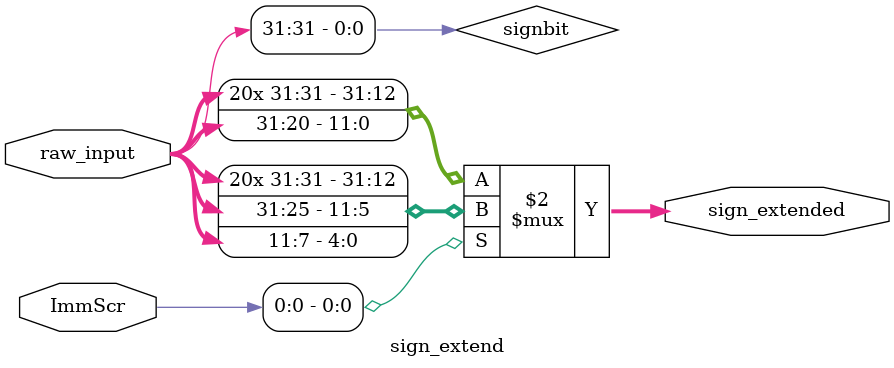
<source format=v>
module sign_extend(raw_input, sign_extended,ImmScr);
    input [31:0] raw_input;
    output [31:0] sign_extended;
    input [1:0] ImmScr;
    wire signbit;

    assign signbit = raw_input[31];
    assign sign_extended = (ImmScr[0] == 1'b1) ? ({{20{signbit}},raw_input[31:25],raw_input[11:7]}): 
                                                 {{20{signbit}},raw_input[31:20]};
endmodule
</source>
